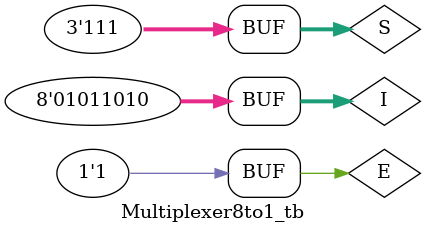
<source format=v>
module Multiplexer8to1(out, I, S, E);
	input [7:0] I;
	input [2:0] S;
	input E;
	output out;
	wire [2:0] Sb;
	wire [7:0] y;
	wire w;

	not(Sb[0], S[0]);
	not(Sb[1], S[1]);
	not(Sb[2], S[2]);

	and(y[0], I[0], Sb[2], Sb[1], Sb[0]);
	and(y[1], I[1], Sb[2], Sb[1], S[0]);
	and(y[2], I[2], Sb[2], S[1], Sb[0]);
	and(y[3], I[3], Sb[2], S[1], S[0]);
	and(y[4], I[4], S[2], Sb[1], Sb[0]);
	and(y[5], I[5], S[2], Sb[1], S[0]);
	and(y[6], I[6], S[2], S[1], Sb[0]);
	and(y[7], I[7], S[2], S[1], S[0]);

	or(w, y[7], y[6], y[5], y[4], y[3], y[2], y[1], y[0]);

	and(out, w, E);
endmodule

module Multiplexer8to1_tb;
	reg [7:0] I;
	reg [2:0] S;
	reg E;
	wire out;

	Multiplexer8to1 mux8to1(out, I, S, E);

	initial begin
	E = 1'b1;	I = 8'b01011010;
	S = 3'b000; #50;	//out = I[0]
	S = 3'b001; #50;	//out = I[1]
	S = 3'b010; #50;	//out = I[2]
	S = 3'b011; #50;	//out = I[3]
	S = 3'b100; #50;	//out = I[4]
	S = 3'b101; #50;	//out = I[5]
	S = 3'b110; #50;	//out = I[6]
	S = 3'b111; #50;	//out = I[7]
	end
endmodule

</source>
